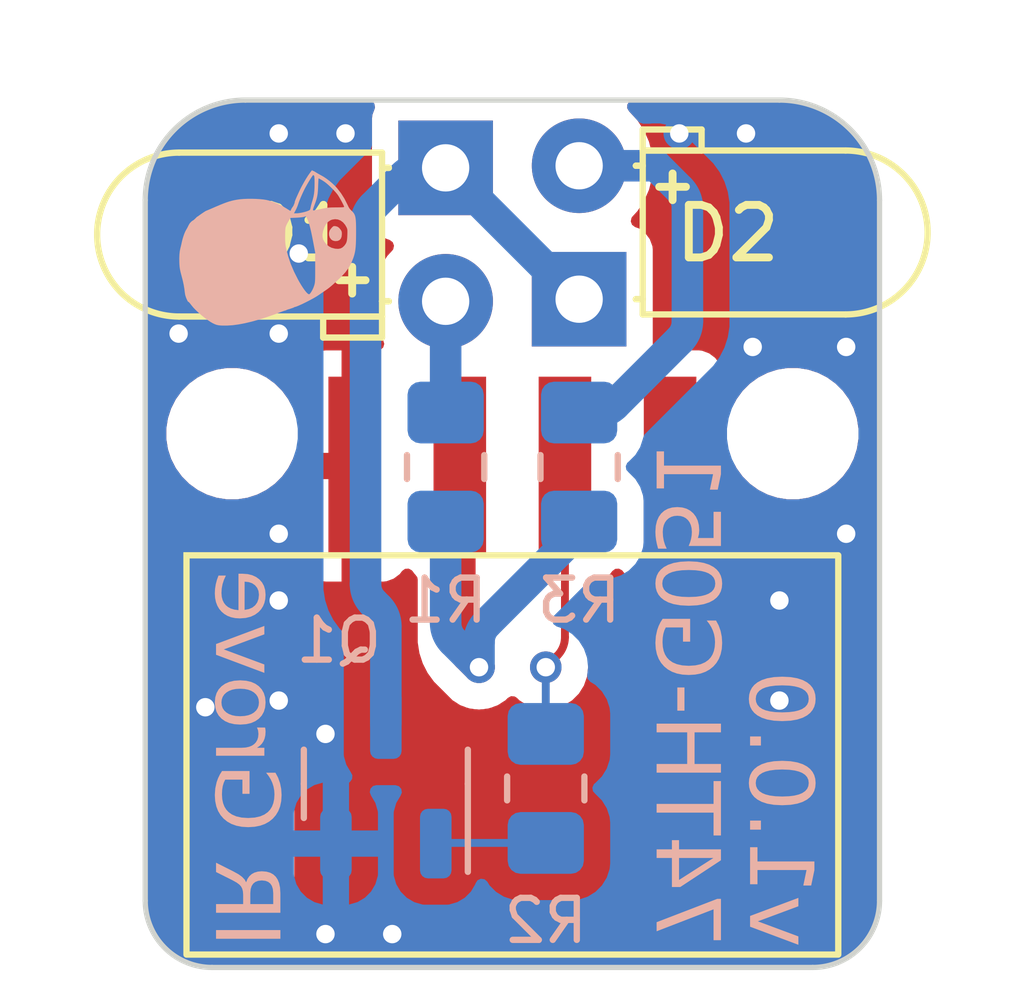
<source format=kicad_pcb>
(kicad_pcb (version 20240108) (generator "pcbnew") (generator_version "8.0")
  (title_block (title "IR Grove") (rev "1.0.0") (company "Atsushi Morimoto (@74th)"))
  (layers (0 "F.Cu" signal) (31 "B.Cu" signal) (34 "B.Paste" user) (35 "F.Paste" user) (36 "B.SilkS" user "B.Silkscreen") (37 "F.SilkS" user "F.Silkscreen") (38 "B.Mask" user) (39 "F.Mask" user) (44 "Edge.Cuts" user))
  (net 0 "")
  (net 1 "Net-(CH1-SDA)")
  (net 3 "GND")
  (net 4 "+5V")
  (net 5 "Net-(D1-K)")
  (net 6 "Net-(D1-A)")
  (net 7 "Net-(D2-A)")
  (net 8 "Net-(Q1-G)")
  (footprint "74th:Hole_M2_2.0" (layer "F.Cu") (at 72.136 40.005)
    (property "Reference" "M2" (hide yes))
    (property "Value" "Hole_M2_2.0" (hide yes))
    (pad "" np_thru_hole circle (at 0 0) (size 2 2) (drill 2) (layers "F&B.Cu" "*.Mask"))
  )
  (footprint "LED_THT:LED_D3.0mm_Horizontal_O1.27mm_Z2.0mm" (layer "F.Cu") (at 78.74 37.445 90)
    (property "Reference" "D2" (at 1.25 2.825 180) (layer "F.SilkS"))
    (property "Value" "LED")
    (fp_line (start 2.54 1.08) (end 2.54 1.08) (stroke (width 0.12)) (layer "F.SilkS"))
    (fp_line (start 2.54 1.08) (end 2.54 1.21) (stroke (width 0.12)) (layer "F.SilkS"))
    (fp_line (start 0 1.08) (end 0 1.08) (stroke (width 0.12)) (layer "F.SilkS"))
    (fp_line (start 0 1.08) (end 0 1.21) (stroke (width 0.12)) (layer "F.SilkS"))
    (fp_line (start 3.23 1.21) (end 3.23 2.33) (stroke (width 0.12)) (layer "F.SilkS"))
    (fp_line (start 2.83 1.21) (end 3.23 1.21) (stroke (width 0.12)) (layer "F.SilkS"))
    (fp_line (start 2.83 1.21) (end 2.83 5.07) (stroke (width 0.12)) (layer "F.SilkS"))
    (fp_line (start 2.54 1.21) (end 2.54 1.08) (stroke (width 0.12)) (layer "F.SilkS"))
    (fp_line (start 2.54 1.21) (end 2.54 1.21) (stroke (width 0.12)) (layer "F.SilkS"))
    (fp_line (start 0 1.21) (end 0 1.08) (stroke (width 0.12)) (layer "F.SilkS"))
    (fp_line (start 0 1.21) (end 0 1.21) (stroke (width 0.12)) (layer "F.SilkS"))
    (fp_line (start -0.29 1.21) (end 2.83 1.21) (stroke (width 0.12)) (layer "F.SilkS"))
    (fp_line (start -0.29 1.21) (end -0.29 5.07) (stroke (width 0.12)) (layer "F.SilkS"))
    (fp_line (start 3.23 2.33) (end 2.83 2.33) (stroke (width 0.12)) (layer "F.SilkS"))
    (fp_line (start 2.83 2.33) (end 2.83 1.21) (stroke (width 0.12)) (layer "F.SilkS"))
    (fp_arc (start 2.83 5.07) (mid 1.27 6.63) (end -0.29 5.07) (stroke (width 0.12)) (layer "F.SilkS"))
    (pad "1" thru_hole rect (at 0 0 90) (size 1.8 1.8) (drill 0.9) (layers "*.Cu" "*.Mask") (net 5 "Net-(D1-K)"))
    (pad "2" thru_hole circle (at 2.54 0 90) (size 1.8 1.8) (drill 0.9) (layers "*.Cu" "*.Mask") (net 7 "Net-(D2-A)"))
  )
  (footprint "74th:Connector_HY-2.0_SMD_4Pin" (layer "F.Cu") (at 77.47 40.62)
    (property "Reference" "CH1" (hide yes))
    (property "Value" "Grove" (hide yes))
    (fp_rect (start -6.2 1.7) (end 6.2 9.3) (stroke (width 0.12)) (fill none) (layer "F.SilkS"))
    (pad "" smd rect (at -5.4 7.5 180) (size 1.5 3.6) (layers "F.Cu" "F.Paste" "F.Mask"))
    (pad "" smd rect (at 5.4 7.5 180) (size 1.5 3.6) (layers "F.Cu" "F.Paste" "F.Mask"))
    (pad "1" smd rect (at 3 0 180) (size 1 3.4) (layers "F.Cu" "F.Paste" "F.Mask"))
    (pad "2" smd rect (at 1 0 180) (size 1 3.4) (layers "F.Cu" "F.Paste" "F.Mask") (net 1 "Net-(CH1-SDA)"))
    (pad "3" smd rect (at -1 0 180) (size 1 3.4) (layers "F.Cu" "F.Paste" "F.Mask") (net 4 "+5V"))
    (pad "4" smd rect (at -3 0 180) (size 1 3.4) (layers "F.Cu" "F.Paste" "F.Mask") (net 3 "GND"))
  )
  (footprint "74th:Hole_M2_2.0" (layer "F.Cu") (at 82.804 40.005)
    (property "Reference" "M2" (hide yes))
    (property "Value" "Hole_M2_2.0" (hide yes))
    (pad "" np_thru_hole circle (at 0 0) (size 2 2) (drill 2) (layers "F&B.Cu" "*.Mask"))
  )
  (footprint "LED_THT:LED_D3.0mm_Horizontal_O1.27mm_Z2.0mm" (layer "F.Cu") (at 76.2 34.945 -90)
    (property "Reference" "D1" (at 1.25 2.825 180) (layer "F.SilkS"))
    (property "Value" "LED")
    (fp_line (start 2.83 2.33) (end 2.83 1.21) (stroke (width 0.12)) (layer "F.SilkS"))
    (fp_line (start 3.23 2.33) (end 2.83 2.33) (stroke (width 0.12)) (layer "F.SilkS"))
    (fp_line (start -0.29 1.21) (end -0.29 5.07) (stroke (width 0.12)) (layer "F.SilkS"))
    (fp_line (start -0.29 1.21) (end 2.83 1.21) (stroke (width 0.12)) (layer "F.SilkS"))
    (fp_line (start 0 1.21) (end 0 1.21) (stroke (width 0.12)) (layer "F.SilkS"))
    (fp_line (start 0 1.21) (end 0 1.08) (stroke (width 0.12)) (layer "F.SilkS"))
    (fp_line (start 2.54 1.21) (end 2.54 1.21) (stroke (width 0.12)) (layer "F.SilkS"))
    (fp_line (start 2.54 1.21) (end 2.54 1.08) (stroke (width 0.12)) (layer "F.SilkS"))
    (fp_line (start 2.83 1.21) (end 2.83 5.07) (stroke (width 0.12)) (layer "F.SilkS"))
    (fp_line (start 2.83 1.21) (end 3.23 1.21) (stroke (width 0.12)) (layer "F.SilkS"))
    (fp_line (start 3.23 1.21) (end 3.23 2.33) (stroke (width 0.12)) (layer "F.SilkS"))
    (fp_line (start 0 1.08) (end 0 1.21) (stroke (width 0.12)) (layer "F.SilkS"))
    (fp_line (start 0 1.08) (end 0 1.08) (stroke (width 0.12)) (layer "F.SilkS"))
    (fp_line (start 2.54 1.08) (end 2.54 1.21) (stroke (width 0.12)) (layer "F.SilkS"))
    (fp_line (start 2.54 1.08) (end 2.54 1.08) (stroke (width 0.12)) (layer "F.SilkS"))
    (fp_arc (start 2.83 5.07) (mid 1.27 6.63) (end -0.29 5.07) (stroke (width 0.12)) (layer "F.SilkS"))
    (pad "1" thru_hole rect (at 0 0 270) (size 1.8 1.8) (drill 0.9) (layers "*.Cu" "*.Mask") (net 5 "Net-(D1-K)"))
    (pad "2" thru_hole circle (at 2.54 0 270) (size 1.8 1.8) (drill 0.9) (layers "*.Cu" "*.Mask") (net 6 "Net-(D1-A)"))
  )
  (footprint "74th:Register_0805_2012" (layer "B.Cu") (at 78.105 46.7575 -90)
    (property "Reference" "R2" (at 2.5185 0 0) (layer "B.SilkS") (effects (font (size 0.8 0.8) (thickness 0.12)) (justify mirror)))
    (property "Value" "10kR" (hide yes))
    (fp_line (start 0.227064 0.735) (end -0.227064 0.735) (stroke (width 0.12)) (layer "B.SilkS"))
    (fp_line (start 0.227064 -0.735) (end -0.227064 -0.735) (stroke (width 0.12)) (layer "B.SilkS"))
    (pad "1" smd roundrect (at -1.0375 0 270) (size 1.175 1.45) (layers "B.Cu" "B.Paste" "B.Mask") (roundrect_rratio 0.208333) (net 1 "Net-(CH1-SDA)"))
    (pad "2" smd roundrect (at 1.0375 0 270) (size 1.175 1.45) (layers "B.Cu" "B.Paste" "B.Mask") (roundrect_rratio 0.208333) (net 8 "Net-(Q1-G)"))
  )
  (footprint "74th:Logo_74th_4mm" (layer "B.Cu") (at 72.644 36.576 90)
    (property "Reference" "MISC-ICON" (hide yes))
    (property "Value" "LOGO" (hide yes))
    (fp_poly (pts (xy 0.399165 1.581118) (xy 0.420822 1.576964) (xy 0.439946 1.567833) (xy 0.453666 1.55869) (xy 0.487621 1.530623) (xy 0.508813 1.502115) (xy 0.519752 1.469431) (xy 0.521463 1.457794) (xy 0.523017 1.436743) (xy 0.520177 1.42204) (xy 0.510515 1.408073) (xy 0.491924 1.389535) (xy 0.468598 1.369727) (xy 0.44494 1.353334) (xy 0.432537 1.346784) (xy 0.392312 1.337093) (xy 0.348961 1.338191) (xy 0.309286 1.349718) (xy 0.301534 1.353728) (xy 0.267487 1.378858) (xy 0.246763 1.409139) (xy 0.237154 1.448006) (xy 0.236531 1.454844) (xy 0.239228 1.499629) (xy 0.254394 1.535203) (xy 0.281555 1.561108) (xy 0.320236 1.576886) (xy 0.36846 1.582082)) (fill solid) (layer "B.SilkS"))
    (fp_poly (pts (xy 0.519394 1.851859) (xy 0.58367 1.850197) (xy 0.636187 1.846941) (xy 0.678871 1.841644) (xy 0.713646 1.833862) (xy 0.742438 1.82315) (xy 0.767173 1.809064) (xy 0.789776 1.791158) (xy 0.812173 1.768988) (xy 0.814864 1.766099) (xy 0.83959 1.741489) (xy 0.864419 1.722369) (xy 0.894592 1.705192) (xy 0.927539 1.689828) (xy 1.042763 1.632057) (xy 1.150334 1.564234) (xy 1.247405 1.488246) (xy 1.287831 1.450989) (xy 1.333186 1.403532) (xy 1.378775 1.349886) (xy 1.421345 1.294259) (xy 1.457644 1.240857) (xy 1.480139 1.202263) (xy 1.500112 1.16538) (xy 1.521379 1.12781) (xy 1.54059 1.095412) (xy 1.548323 1.083068) (xy 1.5625 1.059484) (xy 1.571766 1.040912) (xy 1.574217 1.031193) (xy 1.574119 1.030997) (xy 1.57638 1.023359) (xy 1.580126 1.021331) (xy 1.585245 1.019255) (xy 1.586478 1.016385) (xy 1.581976 1.010855) (xy 1.56989 1.000799) (xy 1.548369 0.984351) (xy 1.529048 0.969803) (xy 1.483218 0.937689) (xy 1.425368 0.901051) (xy 1.357915 0.861354) (xy 1.283271 0.820062) (xy 1.273515 0.81484) (xy 1.245891 0.80068) (xy 1.211051 0.783669) (xy 1.171821 0.765089) (xy 1.131026 0.746225) (xy 1.091489 0.728361) (xy 1.056036 0.712778) (xy 1.027492 0.700762) (xy 1.008681 0.693596) (xy 1.003611 0.692201) (xy 0.990335 0.687594) (xy 0.987804 0.685703) (xy 0.977172 0.683677) (xy 0.971952 0.68501) (xy 0.962387 0.684363) (xy 0.960996 0.680811) (xy 0.955303 0.675796) (xy 0.949277 0.676904) (xy 0.939254 0.676347) (xy 0.937557 0.672292) (xy 0.932996 0.666715) (xy 0.930115 0.667781) (xy 0.920337 0.665942) (xy 0.902913 0.656376) (xy 0.887906 0.645841) (xy 0.864545 0.629862) (xy 0.842696 0.617924) (xy 0.832844 0.614209) (xy 0.817868 0.608324) (xy 0.81255 0.60261) (xy 0.816625 0.593608) (xy 0.827533 0.575001) (xy 0.843296 0.550088) (xy 0.851701 0.537314) (xy 0.902322 0.453492) (xy 0.947044 0.363938) (xy 0.983956 0.273072) (xy 1.011144 0.185318) (xy 1.019364 0.149669) (xy 1.028545 0.092127) (xy 1.035472 0.023098) (xy 1.04005 -0.053431) (xy 1.04219 -0.133472) (xy 1.041798 -0.213036) (xy 1.038782 -0.288136) (xy 1.033051 -0.354784) (xy 1.031323 -0.368615) (xy 1.02372 -0.420185) (xy 1.014904 -0.468115) (xy 1.004121 -0.514759) (xy 0.990614 -0.562473) (xy 0.973631 -0.613611) (xy 0.952415 -0.67053) (xy 0.926211 -0.735583) (xy 0.894266 -0.811126) (xy 0.875761 -0.853893) (xy 0.856627 -0.898061) (xy 0.83982 -0.937222) (xy 0.826273 -0.969171) (xy 0.816921 -0.991701) (xy 0.812698 -1.002606) (xy 0.81255 -1.003224) (xy 0.808401 -1.011196) (xy 0.797416 -1.028689) (xy 0.781786 -1.05247) (xy 0.7637 -1.079304) (xy 0.745349 -1.10596) (xy 0.728924 -1.129202) (xy 0.716615 -1.145797) (xy 0.712805 -1.150461) (xy 0.705277 -1.160871) (xy 0.705424 -1.164134) (xy 0.702695 -1.169085) (xy 0.691122 -1.18212) (xy 0.673143 -1.200509) (xy 0.671476 -1.202155) (xy 0.652228 -1.221827) (xy 0.638389 -1.237351) (xy 0.632858 -1.24547) (xy 0.632851 -1.245584) (xy 0.628361 -1.254281) (xy 0.61686 -1.270676) (xy 0.607459 -1.282862) (xy 0.573915 -1.31391) (xy 0.535189 -1.335954) (xy 0.502635 -1.351883) (xy 0.468925 -1.370205) (xy 0.450117 -1.381473) (xy 0.417095 -1.398973) (xy 0.372824 -1.417424) (xy 0.321494 -1.435368) (xy 0.267294 -1.45135) (xy 0.214416 -1.463913) (xy 0.21095 -1.464611) (xy 0.171588 -1.473065) (xy 0.128366 -1.483287) (xy 0.096468 -1.491512) (xy 0.044695 -1.501916) (xy -0.019315 -1.508652) (xy -0.092571 -1.511554) (xy -0.172082 -1.510457) (xy -0.210951 -1.508502) (xy -0.256899 -1.504602) (xy -0.300575 -1.498317) (xy -0.347135 -1.488696) (xy -0.401734 -1.474784) (xy -0.418986 -1.470039) (xy -0.510819 -1.446052) (xy -0.593934 -1.427918) (xy -0.673633 -1.414588) (xy -0.739757 -1.406546) (xy -0.791883 -1.398014) (xy -0.840713 -1.382378) (xy -0.864765 -1.372058) (xy -0.891263 -1.359609) (xy -0.910313 -1.349984) (xy -0.919117 -1.344629) (xy -0.919022 -1.343998) (xy -0.916579 -1.339668) (xy -0.926538 -1.327579) (xy -0.948168 -1.308432) (xy -0.980736 -1.282932) (xy -0.989761 -1.276194) (xy -1.031279 -1.241672) (xy -1.078037 -1.196485) (xy -1.12758 -1.143567) (xy -1.177455 -1.085854) (xy -1.225208 -1.026279) (xy -1.268383 -0.967778) (xy -1.304528 -0.913285) (xy -1.328484 -0.871147) (xy -1.344006 -0.838326) (xy -1.355571 -0.807185) (xy -1.363643 -0.774688) (xy -1.368684 -0.737799) (xy -1.371158 -0.693482) (xy -1.371529 -0.638701) (xy -1.370812 -0.593786) (xy -1.3645 -0.495274) (xy -1.349791 -0.385193) (xy -1.327029 -0.264927) (xy -1.296555 -0.135861) (xy -1.258711 0.000619) (xy -1.213839 0.14313) (xy -1.162282 0.290286) (xy -1.133708 0.366199) (xy -1.116917 0.410584) (xy -1.102569 0.450025) (xy -1.091462 0.482206) (xy -1.084391 0.504808) (xy -1.082152 0.515516) (xy -1.082268 0.515931) (xy -1.080338 0.523654) (xy -1.077893 0.524872) (xy -1.070864 0.533905) (xy -1.068369 0.545072) (xy -1.065091 0.558757) (xy -1.061148 0.562535) (xy -1.058282 0.568328) (xy -1.05974 0.574255) (xy -1.059511 0.584295) (xy -1.055834 0.585974) (xy -1.050819 0.591667) (xy -1.051927 0.597693) (xy -1.051698 0.607734) (xy -1.048021 0.609413) (xy -1.043006 0.615106) (xy -1.044114 0.621132) (xy -1.043885 0.631173) (xy -1.040208 0.632852) (xy -1.035193 0.638545) (xy -1.036302 0.644571) (xy -1.035744 0.654594) (xy -1.031689 0.656291) (xy -1.026246 0.661028) (xy -1.027407 0.664104) (xy -1.027537 0.671336) (xy -1.025264 0.671917) (xy -1.018958 0.6782) (xy -1.018292 0.682846) (xy -1.014597 0.700545) (xy -1.004242 0.729603) (xy -0.988322 0.767813) (xy -0.967932 0.812968) (xy -0.944168 0.862862) (xy -0.918125 0.915287) (xy -0.899237 0.951881) (xy -0.774729 0.951881) (xy -0.7632 0.932436) (xy -0.739381 0.907849) (xy -0.704207 0.878848) (xy -0.658614 0.846165) (xy -0.603536 0.810531) (xy -0.539909 0.772677) (xy -0.492218 0.746031) (xy -0.344691 0.671557) (xy -0.198527 0.609605) (xy -0.055543 0.560901) (xy 0.026786 0.538625) (xy 0.08342 0.52533) (xy 0.130992 0.515599) (xy 0.173946 0.508953) (xy 0.216726 0.504912) (xy 0.263776 0.502993) (xy 0.319541 0.502718) (xy 0.35549 0.503092) (xy 0.405859 0.503989) (xy 0.443625 0.505321) (xy 0.471813 0.507425) (xy 0.493447 0.510636) (xy 0.511549 0.515289) (xy 0.529144 0.521719) (xy 0.531282 0.522592) (xy 0.560488 0.536096) (xy 0.595036 0.554201) (xy 0.626028 0.572139) (xy 0.677803 0.604006) (xy 0.680366 0.670822) (xy 0.765672 0.670822) (xy 0.822316 0.701642) (xy 0.859197 0.719698) (xy 0.900922 0.737134) (xy 0.937557 0.749885) (xy 0.975923 0.762814) (xy 1.02414 0.781359) (xy 1.078255 0.803816) (xy 1.134318 0.828477) (xy 1.188375 0.853638) (xy 1.236473 0.877592) (xy 1.250076 0.884786) (xy 1.292208 0.908007) (xy 1.335254 0.932671) (xy 1.377057 0.957438) (xy 1.415457 0.980966) (xy 1.448293 1.001913) (xy 1.473407 1.018937) (xy 1.488639 1.030698) (xy 1.492279 1.03524) (xy 1.490641 1.044534) (xy 1.48445 1.051484) (xy 1.471789 1.056418) (xy 1.450742 1.059663) (xy 1.419392 1.061547) (xy 1.375822 1.062398) (xy 1.332503 1.062555) (xy 1.257335 1.061575) (xy 1.193652 1.058288) (xy 1.137412 1.052155) (xy 1.084575 1.042637) (xy 1.0311 1.029194) (xy 0.990283 1.016893) (xy 0.95424 1.006027) (xy 0.919408 0.996525) (xy 0.891389 0.989879) (xy 0.882866 0.988278) (xy 0.858415 0.983332) (xy 0.839058 0.977678) (xy 0.834699 0.975796) (xy 0.824013 0.963379) (xy 0.812268 0.938581) (xy 0.800295 0.90453) (xy 0.788923 0.864358) (xy 0.778984 0.821194) (xy 0.77131 0.778167) (xy 0.76673 0.738407) (xy 0.765807 0.716294) (xy 0.765672 0.670822) (xy 0.680366 0.670822) (xy 0.681877 0.710232) (xy 0.68429 0.753711) (xy 0.687926 0.795536) (xy 0.692312 0.831193) (xy 0.696972 0.856168) (xy 0.697411 0.85782) (xy 0.708871 0.899183) (xy 0.685424 0.911308) (xy 0.65061 0.927748) (xy 0.610802 0.943381) (xy 0.564414 0.958631) (xy 0.509862 0.973924) (xy 0.445561 0.989685) (xy 0.369924 1.006338) (xy 0.281367 1.024308) (xy 0.218763 1.036396) (xy 0.1908 1.041711) (xy 0.820363 1.041711) (xy 0.822054 1.035208) (xy 0.828463 1.032507) (xy 0.841593 1.03403) (xy 0.863447 1.040196) (xy 0.896027 1.051427) (xy 0.935066 1.065798) (xy 0.991401 1.085937) (xy 1.041008 1.10125) (xy 1.087985 1.112489) (xy 1.136428 1.120406) (xy 1.190433 1.125755) (xy 1.254097 1.129288) (xy 1.287188 1.130492) (xy 1.332434 1.132113) (xy 1.371762 1.133824) (xy 1.402725 1.135496) (xy 1.422875 1.136996) (xy 1.429775 1.138157) (xy 1.425696 1.150035) (xy 1.414846 1.171236) (xy 1.39931 1.198206) (xy 1.381171 1.22739) (xy 1.362512 1.255236) (xy 1.355002 1.265703) (xy 1.327364 1.300225) (xy 1.292004 1.339925) (xy 1.251962 1.381789) (xy 1.21028 1.422802) (xy 1.169999 1.45995) (xy 1.134161 1.490219) (xy 1.111813 1.506736) (xy 1.084678 1.523962) (xy 1.05151 1.543585) (xy 1.01522 1.564052) (xy 0.978719 1.58381) (xy 0.944919 1.601306) (xy 0.916729 1.614985) (xy 0.897062 1.623296) (xy 0.890004 1.625089) (xy 0.886082 1.622668) (xy 0.883142 1.614171) (xy 0.881037 1.597737) (xy 0.879624 1.571501) (xy 0.878755 1.533601) (xy 0.878286 1.482172) (xy 0.878248 1.474689) (xy 0.877821 1.420455) (xy 0.876828 1.37758) (xy 0.874833 1.341794) (xy 0.871401 1.308832) (xy 0.866093 1.274424) (xy 0.858475 1.234304) (xy 0.848949 1.188204) (xy 0.839698 1.143596) (xy 0.831694 1.103933) (xy 0.825461 1.071889) (xy 0.82152 1.050143) (xy 0.820363 1.041711) (xy 0.1908 1.041711) (xy 0.019532 1.074265) (xy -0.261735 1.074275) (xy -0.335766 1.074244) (xy -0.396041 1.07408) (xy -0.444428 1.073681) (xy -0.482798 1.072948) (xy -0.51302 1.071779) (xy -0.536963 1.070075) (xy -0.556497 1.067735) (xy -0.573492 1.064658) (xy -0.589816 1.060745) (xy -0.60734 1.055895) (xy -0.608117 1.055673) (xy -0.648162 1.041613) (xy -0.689321 1.02276) (xy -0.727276 1.001476) (xy -0.75771 0.980124) (xy -0.773032 0.96545) (xy -0.774729 0.951881) (xy -0.899237 0.951881) (xy -0.890898 0.968036) (xy -0.863582 1.018903) (xy -0.837273 1.065681) (xy -0.813065 1.106163) (xy -0.793005 1.136789) (xy -0.77551 1.162057) (xy -0.752384 1.195828) (xy -0.726688 1.233619) (xy -0.702386 1.269601) (xy -0.678095 1.304402) (xy -0.651801 1.339222) (xy -0.621937 1.375866) (xy -0.586937 1.416139) (xy -0.545233 1.461849) (xy -0.497753 1.512155) (xy 0.089225 1.512155) (xy 0.092186 1.459923) (xy 0.093791 1.449085) (xy 0.109502 1.387711) (xy 0.136306 1.335607) (xy 0.175859 1.289593) (xy 0.177449 1.288095) (xy 0.223679 1.250323) (xy 0.268844 1.22595) (xy 0.316104 1.214215) (xy 0.36862 1.214355) (xy 0.429555 1.225608) (xy 0.432952 1.226468) (xy 0.502915 1.250026) (xy 0.560012 1.281515) (xy 0.603944 1.320694) (xy 0.634413 1.367325) (xy 0.645587 1.396958) (xy 0.654385 1.453045) (xy 0.648259 1.507014) (xy 0.627889 1.557567) (xy 0.593954 1.603409) (xy 0.547133 1.643243) (xy 0.502989 1.668878) (xy 0.485448 1.677077) (xy 0.469994 1.682628) (xy 0.453176 1.685932) (xy 0.431544 1.687386) (xy 0.401647 1.687389) (xy 0.360034 1.686342) (xy 0.353595 1.686149) (xy 0.298222 1.683511) (xy 0.255084 1.678706) (xy 0.220835 1.67075) (xy 0.192128 1.65866) (xy 0.165617 1.641453) (xy 0.145697 1.625068) (xy 0.115148 1.591907) (xy 0.096602 1.555209) (xy 0.089225 1.512155) (xy -0.497753 1.512155) (xy -0.495258 1.514799) (xy -0.438644 1.573505) (xy -0.354714 1.650899) (xy -0.266101 1.714449) (xy -0.170237 1.765795) (xy -0.082981 1.800435) (xy -0.043247 1.813301) (xy -0.004579 1.823934) (xy 0.035008 1.83253) (xy 0.077503 1.839287) (xy 0.124892 1.8444) (xy 0.179163 1.848068) (xy 0.242302 1.850486) (xy 0.316297 1.851851) (xy 0.403134 1.852361) (xy 0.441433 1.852369)) (fill solid) (layer "B.SilkS"))
  )
  (footprint "74th:Register_0805_2012" (layer "B.Cu") (at 76.2 40.64 90)
    (property "Reference" "R1" (at -2.54 0 0) (layer "B.SilkS") (effects (font (size 0.8 0.8) (thickness 0.12)) (justify mirror)))
    (property "Value" "27R" (hide yes))
    (fp_line (start 0.227064 -0.735) (end -0.227064 -0.735) (stroke (width 0.12)) (layer "B.SilkS"))
    (fp_line (start 0.227064 0.735) (end -0.227064 0.735) (stroke (width 0.12)) (layer "B.SilkS"))
    (pad "1" smd roundrect (at -1.0375 0 90) (size 1.175 1.45) (layers "B.Cu" "B.Paste" "B.Mask") (roundrect_rratio 0.208333) (net 4 "+5V"))
    (pad "2" smd roundrect (at 1.0375 0 90) (size 1.175 1.45) (layers "B.Cu" "B.Paste" "B.Mask") (roundrect_rratio 0.208333) (net 6 "Net-(D1-A)"))
  )
  (footprint "74th:Package_SOT-23" (layer "B.Cu") (at 75.0625 46.67 90)
    (property "Reference" "Q1" (at 2.728 -0.8945 0) (layer "B.SilkS") (effects (font (size 0.8 0.8) (thickness 0.12)) (justify mirror)))
    (property "Value" "2N7002")
    (fp_line (start 0.65 -1.56) (end 0 -1.56) (stroke (width 0.12)) (layer "B.SilkS"))
    (fp_line (start -0.65 -1.56) (end 0 -1.56) (stroke (width 0.12)) (layer "B.SilkS"))
    (fp_line (start 0.65 1.56) (end 0 1.56) (stroke (width 0.12)) (layer "B.SilkS"))
    (fp_line (start -1.675 1.56) (end 0 1.56) (stroke (width 0.12)) (layer "B.SilkS"))
    (pad "1" smd roundrect (at -1.1375 0.95 90) (size 1.325 0.6) (layers "B.Cu" "B.Paste" "B.Mask") (net 8 "Net-(Q1-G)"))
    (pad "2" smd roundrect (at -1.1375 -0.95 90) (size 1.325 0.6) (layers "B.Cu" "B.Paste" "B.Mask") (net 3 "GND"))
    (pad "3" smd roundrect (at 1.1375 0 90) (size 1.325 0.6) (layers "B.Cu" "B.Paste" "B.Mask") (net 5 "Net-(D1-K)"))
  )
  (footprint "74th:Register_0805_2012" (layer "B.Cu") (at 78.74 40.64 90)
    (property "Reference" "R3" (at -2.54 0 0) (layer "B.SilkS") (effects (font (size 0.8 0.8) (thickness 0.12)) (justify mirror)))
    (property "Value" "27R" (hide yes))
    (fp_line (start 0.227064 -0.735) (end -0.227064 -0.735) (stroke (width 0.12)) (layer "B.SilkS"))
    (fp_line (start 0.227064 0.735) (end -0.227064 0.735) (stroke (width 0.12)) (layer "B.SilkS"))
    (pad "1" smd roundrect (at -1.0375 0 90) (size 1.175 1.45) (layers "B.Cu" "B.Paste" "B.Mask") (roundrect_rratio 0.208333) (net 4 "+5V"))
    (pad "2" smd roundrect (at 1.0375 0 90) (size 1.175 1.45) (layers "B.Cu" "B.Paste" "B.Mask") (roundrect_rratio 0.208333) (net 7 "Net-(D2-A)"))
  )
  (gr_line (start 80.264 35.306) (end 80.772 35.306) (stroke (width 0.15)) (layer "F.SilkS"))
  (gr_line (start 80.518 35.052) (end 80.518 35.56) (stroke (width 0.15)) (layer "F.SilkS"))
  (gr_line (start 74.168 37.084) (end 74.676 37.084) (stroke (width 0.15)) (layer "F.SilkS"))
  (gr_line (start 74.422 36.83) (end 74.422 37.338) (stroke (width 0.15)) (layer "F.SilkS"))
  (gr_line (start 70.485 35.56) (end 70.485 48.895) (stroke (width 0.1)) (layer "Edge.Cuts"))
  (gr_line (start 84.455 35.56) (end 84.455 48.895) (stroke (width 0.1)) (layer "Edge.Cuts"))
  (gr_arc (start 70.485 35.56) (mid 71.042962 34.212962) (end 72.39 33.655) (stroke (width 0.1)) (layer "Edge.Cuts"))
  (gr_arc (start 84.455 48.895) (mid 84.083026 49.793026) (end 83.185 50.165) (stroke (width 0.1)) (layer "Edge.Cuts"))
  (gr_line (start 83.185 50.165) (end 71.755 50.165) (stroke (width 0.1)) (layer "Edge.Cuts"))
  (gr_arc (start 71.755 50.165) (mid 70.856974 49.793026) (end 70.485 48.895) (stroke (width 0.1)) (layer "Edge.Cuts"))
  (gr_line (start 82.55 33.655) (end 72.39 33.655) (stroke (width 0.1)) (layer "Edge.Cuts"))
  (gr_arc (start 82.55 33.655) (mid 83.897038 34.212962) (end 84.455 35.56) (stroke (width 0.1)) (layer "Edge.Cuts"))
  (gr_text "74TH-G051" (at 80.01 49.784 270) (layer "B.SilkS") (effects (font (size 1.2 1.2) (thickness 0.12)) (justify left bottom mirror)))
  (gr_text "IR Grove" (at 71.628 49.784 -90) (layer "B.SilkS") (effects (font (size 1.2 1.2) (thickness 0.12)) (justify left bottom mirror)))
  (gr_text "v1.0.0" (at 81.788 49.784 270) (layer "B.SilkS") (effects (font (size 1.2 1.2) (thickness 0.12)) (justify left bottom mirror)))
  (segment (start 78.47 43.877893) (end 78.47 40.62) (width 0.15) (layer "F.Cu") (net 1))
  (segment (start 78.105 44.45) (end 78.323554 44.231446) (width 0.15) (layer "F.Cu") (net 1))
  (via (at 78.105 44.45) (size 0.6) (drill 0.35) (layers "F.Cu" "B.Cu") (net 1))
  (arc (start 78.323554 44.231446) (mid 78.43194 44.069234) (end 78.47 43.877893) (width 0.15) (layer "F.Cu") (net 1))
  (segment (start 78.105 44.45) (end 78.105 45.72) (width 0.15) (layer "B.Cu") (net 1))
  (via (at 73.025 34.29) (size 0.6) (drill 0.35) (layers "F.Cu" "B.Cu") (net 3))
  (via (at 71.628 45.212) (size 0.6) (drill 0.35) (layers "F.Cu" "B.Cu") (net 3))
  (via (at 74.295 34.29) (size 0.6) (drill 0.35) (layers "F.Cu" "B.Cu") (net 3))
  (via (at 81.915 34.29) (size 0.6) (drill 0.35) (layers "F.Cu" "B.Cu") (net 3))
  (via (at 82.55 45.085) (size 0.6) (drill 0.35) (layers "F.Cu" "B.Cu") (net 3))
  (via (at 75.184 49.53) (size 0.6) (drill 0.35) (layers "F.Cu" "B.Cu") (net 3))
  (via (at 82.042 38.354) (size 0.6) (drill 0.35) (layers "F.Cu" "B.Cu") (net 3))
  (via (at 73.025 43.18) (size 0.6) (drill 0.35) (layers "F.Cu" "B.Cu") (net 3))
  (via (at 71.12 38.1) (size 0.6) (drill 0.35) (layers "F.Cu" "B.Cu") (net 3))
  (via (at 83.82 38.354) (size 0.6) (drill 0.35) (layers "F.Cu" "B.Cu") (net 3))
  (via (at 73.025 41.91) (size 0.6) (drill 0.35) (layers "F.Cu" "B.Cu") (net 3))
  (via (at 82.55 43.18) (size 0.6) (drill 0.35) (layers "F.Cu" "B.Cu") (net 3))
  (via (at 73.025 45.085) (size 0.6) (drill 0.35) (layers "F.Cu" "B.Cu") (net 3))
  (via (at 73.025 38.1) (size 0.6) (drill 0.35) (layers "F.Cu" "B.Cu") (net 3))
  (via (at 80.645 34.29) (size 0.6) (drill 0.35) (layers "F.Cu" "B.Cu") (net 3))
  (via (at 73.406 36.576) (size 0.6) (drill 0.35) (layers "F.Cu" "B.Cu") (net 3))
  (via (at 73.914 45.72) (size 0.6) (drill 0.35) (layers "F.Cu" "B.Cu") (net 3))
  (via (at 83.82 41.91) (size 0.6) (drill 0.35) (layers "F.Cu" "B.Cu") (net 3))
  (via (at 73.914 49.53) (size 0.6) (drill 0.35) (layers "F.Cu" "B.Cu") (net 3))
  (segment (start 76.47 43.877893) (end 76.47 40.62) (width 0.6) (layer "F.Cu") (net 4))
  (segment (start 76.835 44.45) (end 76.616446 44.231446) (width 0.6) (layer "F.Cu") (net 4))
  (via (at 76.835 44.45) (size 0.6) (drill 0.35) (layers "F.Cu" "B.Cu") (net 4))
  (arc (start 76.616446 44.231446) (mid 76.50806 44.069234) (end 76.47 43.877893) (width 0.6) (layer "F.Cu") (net 4))
  (segment (start 76.835 44.45) (end 76.835 43.972107) (width 0.6) (layer "B.Cu") (net 4))
  (segment (start 76.835 44.45) (end 76.346446 43.961446) (width 0.6) (layer "B.Cu") (net 4))
  (segment (start 76.2 43.607893) (end 76.2 41.6775) (width 0.6) (layer "B.Cu") (net 4))
  (segment (start 78.74 41.86) (end 78.74 41.6775) (width 0.6) (layer "B.Cu") (net 4))
  (segment (start 76.981447 43.618553) (end 78.74 41.86) (width 0.6) (layer "B.Cu") (net 4))
  (arc (start 76.346446 43.961446) (mid 76.23806 43.799234) (end 76.2 43.607893) (width 0.6) (layer "B.Cu") (net 4))
  (arc (start 76.835 43.972107) (mid 76.87306 43.780765) (end 76.981447 43.618553) (width 0.6) (layer "B.Cu") (net 4))
  (segment (start 75.408553 35.091447) (end 74.822446 35.677554) (width 0.6) (layer "B.Cu") (net 5))
  (segment (start 74.676 36.031107) (end 74.676 42.868893) (width 0.6) (layer "B.Cu") (net 5))
  (segment (start 74.822447 43.222447) (end 74.916054 43.316054) (width 0.6) (layer "B.Cu") (net 5))
  (segment (start 78.74 37.445) (end 78.7 37.445) (width 0.6) (layer "B.Cu") (net 5))
  (segment (start 76.2 34.945) (end 75.762107 34.945) (width 0.6) (layer "B.Cu") (net 5))
  (segment (start 78.7 37.445) (end 76.2 34.945) (width 0.6) (layer "B.Cu") (net 5))
  (segment (start 75.0625 43.669607) (end 75.0625 45.5325) (width 0.6) (layer "B.Cu") (net 5))
  (arc (start 75.0625 43.669607) (mid 75.02444 43.478266) (end 74.916054 43.316054) (width 0.6) (layer "B.Cu") (net 5))
  (arc (start 74.822446 35.677554) (mid 74.71406 35.839766) (end 74.676 36.031107) (width 0.6) (layer "B.Cu") (net 5))
  (arc (start 75.762107 34.945) (mid 75.570765 34.98306) (end 75.408553 35.091447) (width 0.6) (layer "B.Cu") (net 5))
  (arc (start 74.822447 43.222447) (mid 74.71406 43.060235) (end 74.676 42.868893) (width 0.6) (layer "B.Cu") (net 5))
  (segment (start 76.2 39.6025) (end 76.2 37.485) (width 0.6) (layer "B.Cu") (net 6))
  (segment (start 79.415947 39.456053) (end 80.653554 38.218446) (width 0.6) (layer "B.Cu") (net 7))
  (segment (start 80.653553 35.353553) (end 80.2 34.9) (width 0.6) (layer "B.Cu") (net 7))
  (segment (start 80.195 34.905) (end 78.74 34.905) (width 0.6) (layer "B.Cu") (net 7))
  (segment (start 80.2 34.9) (end 80.195 34.905) (width 0.6) (layer "B.Cu") (net 7))
  (segment (start 78.74 39.6025) (end 79.062393 39.6025) (width 0.6) (layer "B.Cu") (net 7))
  (segment (start 80.8 37.864893) (end 80.8 35.707107) (width 0.6) (layer "B.Cu") (net 7))
  (arc (start 80.8 37.864893) (mid 80.76194 38.056234) (end 80.653554 38.218446) (width 0.6) (layer "B.Cu") (net 7))
  (arc (start 79.062393 39.6025) (mid 79.253735 39.56444) (end 79.415947 39.456053) (width 0.6) (layer "B.Cu") (net 7))
  (arc (start 80.8 35.707107) (mid 80.76194 35.515765) (end 80.653553 35.353553) (width 0.6) (layer "B.Cu") (net 7))
  (segment (start 76.025 47.795) (end 76.0125 47.8075) (width 0.15) (layer "B.Cu") (net 8))
  (segment (start 78.105 47.795) (end 76.025 47.795) (width 0.15) (layer "B.Cu") (net 8))
  (zone (net 3) (net_name "GND") (layers "F&B.Cu") (connect_pads (clearance 0.5)) (min_thickness 0.25) (fill yes (thermal_gap 0.5) (thermal_bridge_width 0.5))
    (polygon (pts (xy 68.58 31.75) (xy 86.36 31.75) (xy 86.36 50.8) (xy 68.58 50.8)))
  )
)
</source>
